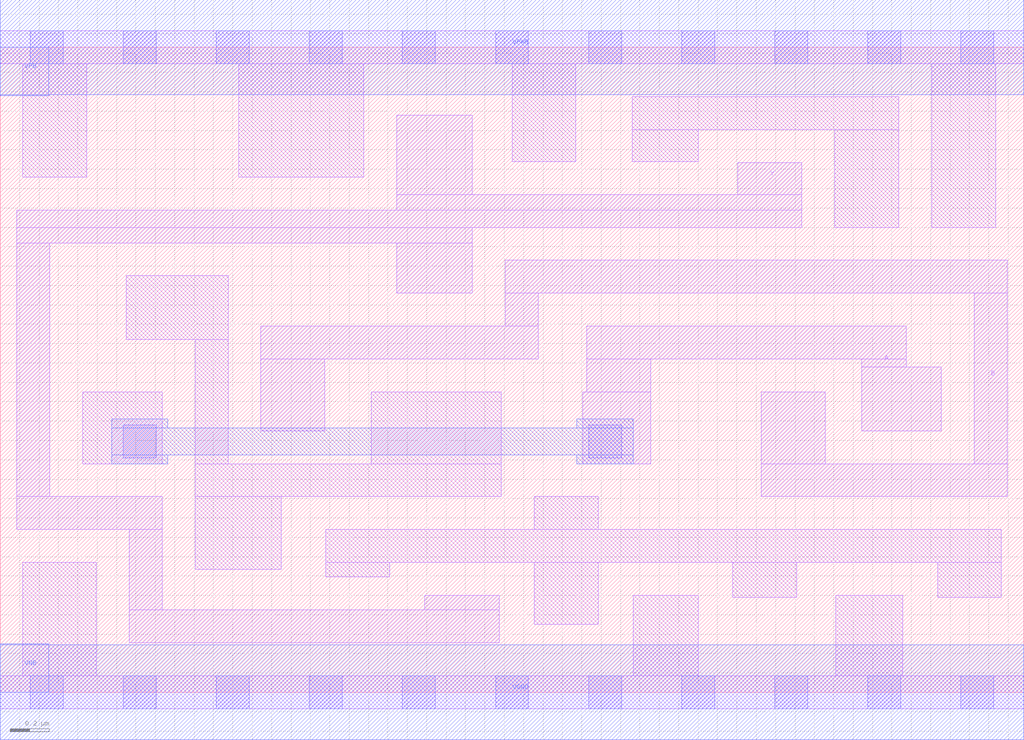
<source format=lef>
# Copyright 2020 The SkyWater PDK Authors
#
# Licensed under the Apache License, Version 2.0 (the "License");
# you may not use this file except in compliance with the License.
# You may obtain a copy of the License at
#
#     https://www.apache.org/licenses/LICENSE-2.0
#
# Unless required by applicable law or agreed to in writing, software
# distributed under the License is distributed on an "AS IS" BASIS,
# WITHOUT WARRANTIES OR CONDITIONS OF ANY KIND, either express or implied.
# See the License for the specific language governing permissions and
# limitations under the License.
#
# SPDX-License-Identifier: Apache-2.0

VERSION 5.5 ;
NAMESCASESENSITIVE ON ;
BUSBITCHARS "[]" ;
DIVIDERCHAR "/" ;
MACRO sky130_fd_sc_hs__xnor2_2
  CLASS CORE ;
  SOURCE USER ;
  ORIGIN  0.000000  0.000000 ;
  SIZE  5.280000 BY  3.330000 ;
  SYMMETRY X Y ;
  SITE unit ;
  PIN A
    ANTENNAPARTIALMETALSIDEAREA  2.107000 ;
    DIRECTION INPUT ;
    USE SIGNAL ;
    PORT
      LAYER li1 ;
        RECT 3.005000 1.180000 3.355000 1.550000 ;
        RECT 3.025000 1.550000 3.355000 1.720000 ;
        RECT 3.025000 1.720000 4.675000 1.890000 ;
        RECT 4.445000 1.350000 4.855000 1.680000 ;
        RECT 4.445000 1.680000 4.675000 1.720000 ;
    END
  END A
  PIN B
    ANTENNAGATEAREA  0.819000 ;
    DIRECTION INPUT ;
    USE SIGNAL ;
    PORT
      LAYER li1 ;
        RECT 1.345000 1.350000 1.675000 1.720000 ;
        RECT 1.345000 1.720000 2.775000 1.890000 ;
        RECT 2.605000 1.890000 2.775000 2.060000 ;
        RECT 2.605000 2.060000 5.195000 2.230000 ;
        RECT 3.925000 1.010000 5.195000 1.180000 ;
        RECT 3.925000 1.180000 4.255000 1.550000 ;
        RECT 5.025000 1.180000 5.195000 2.060000 ;
    END
  END B
  PIN Y
    ANTENNADIFFAREA  1.072800 ;
    DIRECTION OUTPUT ;
    USE SIGNAL ;
    PORT
      LAYER li1 ;
        RECT 0.085000 0.840000 0.835000 1.010000 ;
        RECT 0.085000 1.010000 0.255000 2.320000 ;
        RECT 0.085000 2.320000 2.435000 2.400000 ;
        RECT 0.085000 2.400000 4.135000 2.490000 ;
        RECT 0.665000 0.255000 2.575000 0.425000 ;
        RECT 0.665000 0.425000 0.835000 0.840000 ;
        RECT 2.045000 2.060000 2.435000 2.320000 ;
        RECT 2.045000 2.490000 4.135000 2.570000 ;
        RECT 2.045000 2.570000 2.435000 2.980000 ;
        RECT 2.190000 0.425000 2.575000 0.500000 ;
        RECT 3.805000 2.570000 4.135000 2.735000 ;
    END
  END Y
  PIN VGND
    DIRECTION INOUT ;
    USE GROUND ;
    PORT
      LAYER met1 ;
        RECT 0.000000 -0.245000 5.280000 0.245000 ;
    END
  END VGND
  PIN VNB
    DIRECTION INOUT ;
    USE GROUND ;
    PORT
    END
  END VNB
  PIN VPB
    DIRECTION INOUT ;
    USE POWER ;
    PORT
    END
  END VPB
  PIN VNB
    DIRECTION INOUT ;
    USE GROUND ;
    PORT
      LAYER met1 ;
        RECT 0.000000 0.000000 0.250000 0.250000 ;
    END
  END VNB
  PIN VPB
    DIRECTION INOUT ;
    USE POWER ;
    PORT
      LAYER met1 ;
        RECT 0.000000 3.080000 0.250000 3.330000 ;
    END
  END VPB
  PIN VPWR
    DIRECTION INOUT ;
    USE POWER ;
    PORT
      LAYER met1 ;
        RECT 0.000000 3.085000 5.280000 3.575000 ;
    END
  END VPWR
  OBS
    LAYER li1 ;
      RECT 0.000000 -0.085000 5.280000 0.085000 ;
      RECT 0.000000  3.245000 5.280000 3.415000 ;
      RECT 0.115000  0.085000 0.495000 0.670000 ;
      RECT 0.115000  2.660000 0.445000 3.245000 ;
      RECT 0.425000  1.180000 0.835000 1.550000 ;
      RECT 0.650000  1.820000 1.175000 2.150000 ;
      RECT 1.005000  0.635000 1.450000 1.010000 ;
      RECT 1.005000  1.010000 2.585000 1.180000 ;
      RECT 1.005000  1.180000 1.175000 1.820000 ;
      RECT 1.230000  2.660000 1.875000 3.245000 ;
      RECT 1.680000  0.595000 2.010000 0.670000 ;
      RECT 1.680000  0.670000 5.165000 0.840000 ;
      RECT 1.915000  1.180000 2.585000 1.550000 ;
      RECT 2.640000  2.740000 2.970000 3.245000 ;
      RECT 2.755000  0.350000 3.085000 0.670000 ;
      RECT 2.755000  0.840000 3.085000 1.010000 ;
      RECT 3.260000  2.740000 3.600000 2.905000 ;
      RECT 3.260000  2.905000 4.635000 3.075000 ;
      RECT 3.265000  0.085000 3.600000 0.500000 ;
      RECT 3.780000  0.490000 4.110000 0.670000 ;
      RECT 4.305000  2.400000 4.635000 2.905000 ;
      RECT 4.310000  0.085000 4.655000 0.500000 ;
      RECT 4.805000  2.400000 5.135000 3.245000 ;
      RECT 4.835000  0.490000 5.165000 0.670000 ;
    LAYER mcon ;
      RECT 0.155000 -0.085000 0.325000 0.085000 ;
      RECT 0.155000  3.245000 0.325000 3.415000 ;
      RECT 0.635000 -0.085000 0.805000 0.085000 ;
      RECT 0.635000  1.210000 0.805000 1.380000 ;
      RECT 0.635000  3.245000 0.805000 3.415000 ;
      RECT 1.115000 -0.085000 1.285000 0.085000 ;
      RECT 1.115000  3.245000 1.285000 3.415000 ;
      RECT 1.595000 -0.085000 1.765000 0.085000 ;
      RECT 1.595000  3.245000 1.765000 3.415000 ;
      RECT 2.075000 -0.085000 2.245000 0.085000 ;
      RECT 2.075000  3.245000 2.245000 3.415000 ;
      RECT 2.555000 -0.085000 2.725000 0.085000 ;
      RECT 2.555000  3.245000 2.725000 3.415000 ;
      RECT 3.035000 -0.085000 3.205000 0.085000 ;
      RECT 3.035000  1.210000 3.205000 1.380000 ;
      RECT 3.035000  3.245000 3.205000 3.415000 ;
      RECT 3.515000 -0.085000 3.685000 0.085000 ;
      RECT 3.515000  3.245000 3.685000 3.415000 ;
      RECT 3.995000 -0.085000 4.165000 0.085000 ;
      RECT 3.995000  3.245000 4.165000 3.415000 ;
      RECT 4.475000 -0.085000 4.645000 0.085000 ;
      RECT 4.475000  3.245000 4.645000 3.415000 ;
      RECT 4.955000 -0.085000 5.125000 0.085000 ;
      RECT 4.955000  3.245000 5.125000 3.415000 ;
    LAYER met1 ;
      RECT 0.575000 1.180000 0.865000 1.225000 ;
      RECT 0.575000 1.225000 3.265000 1.365000 ;
      RECT 0.575000 1.365000 0.865000 1.410000 ;
      RECT 2.975000 1.180000 3.265000 1.225000 ;
      RECT 2.975000 1.365000 3.265000 1.410000 ;
  END
END sky130_fd_sc_hs__xnor2_2
END LIBRARY

</source>
